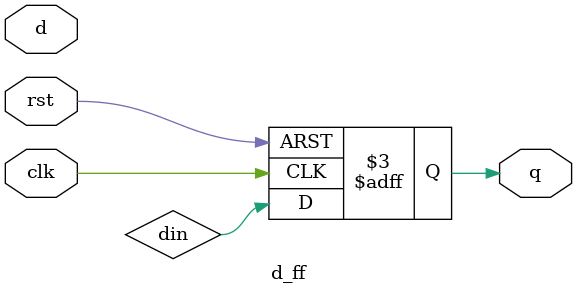
<source format=sv>

module d_ff 
  (input clk, rst, d,
   output logic q);

  always_ff @(posedge clk or negedge rst) begin // active-low reset
    if (!rst)
      q <= 1'b0;
    else
      q <= din;
  end
endmodule: d_ff

</source>
